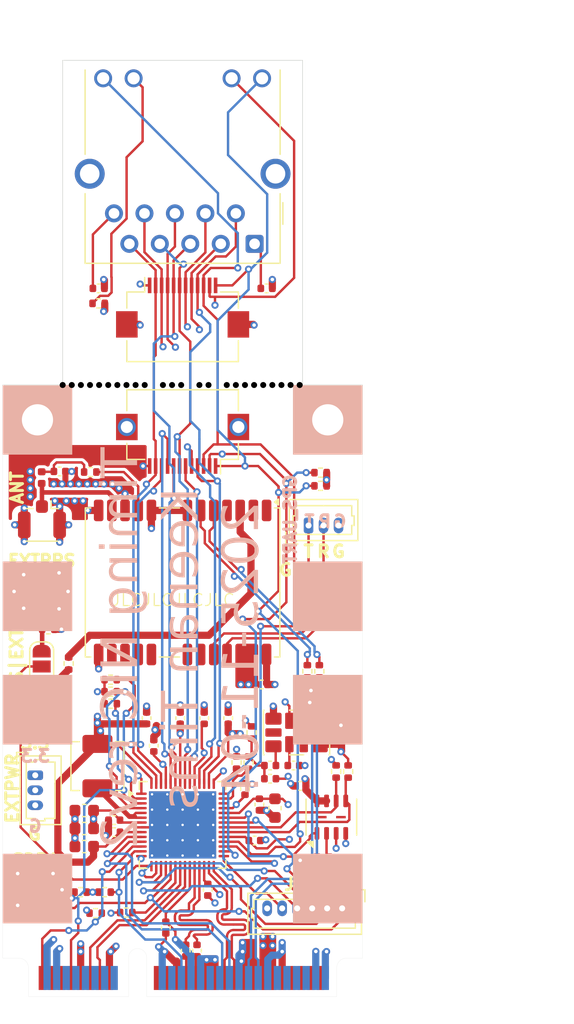
<source format=kicad_pcb>
(kicad_pcb
	(version 20241229)
	(generator "pcbnew")
	(generator_version "9.0")
	(general
		(thickness 1.0412)
		(legacy_teardrops no)
	)
	(paper "A4")
	(title_block
		(title "timing-nic")
		(date "2025-11-04")
		(rev "2")
	)
	(layers
		(0 "F.Cu" signal)
		(4 "In1.Cu" signal)
		(6 "In2.Cu" signal)
		(2 "B.Cu" signal)
		(9 "F.Adhes" user "F.Adhesive")
		(11 "B.Adhes" user "B.Adhesive")
		(13 "F.Paste" user)
		(15 "B.Paste" user)
		(5 "F.SilkS" user "F.Silkscreen")
		(7 "B.SilkS" user "B.Silkscreen")
		(1 "F.Mask" user)
		(3 "B.Mask" user)
		(17 "Dwgs.User" user "User.Drawings")
		(19 "Cmts.User" user "User.Comments")
		(21 "Eco1.User" user "User.Eco1")
		(23 "Eco2.User" user "User.Eco2")
		(25 "Edge.Cuts" user)
		(27 "Margin" user)
		(31 "F.CrtYd" user "F.Courtyard")
		(29 "B.CrtYd" user "B.Courtyard")
		(35 "F.Fab" user)
		(33 "B.Fab" user)
		(39 "User.1" user)
		(41 "User.2" user)
		(43 "User.3" user)
		(45 "User.4" user)
	)
	(setup
		(stackup
			(layer "F.SilkS"
				(type "Top Silk Screen")
			)
			(layer "F.Paste"
				(type "Top Solder Paste")
			)
			(layer "F.Mask"
				(type "Top Solder Mask")
				(thickness 0.01)
			)
			(layer "F.Cu"
				(type "copper")
				(thickness 0.035)
			)
			(layer "dielectric 1"
				(type "prepreg")
				(thickness 0.2104)
				(material "FR4")
				(epsilon_r 4.5)
				(loss_tangent 0.02)
			)
			(layer "In1.Cu"
				(type "copper")
				(thickness 0.0152)
			)
			(layer "dielectric 2"
				(type "core")
				(thickness 0.5)
				(material "FR4")
				(epsilon_r 4.5)
				(loss_tangent 0.02)
			)
			(layer "In2.Cu"
				(type "copper")
				(thickness 0.0152)
			)
			(layer "dielectric 3"
				(type "prepreg")
				(thickness 0.2104)
				(material "FR4")
				(epsilon_r 4.5)
				(loss_tangent 0.02)
			)
			(layer "B.Cu"
				(type "copper")
				(thickness 0.035)
			)
			(layer "B.Mask"
				(type "Bottom Solder Mask")
				(thickness 0.01)
			)
			(layer "B.Paste"
				(type "Bottom Solder Paste")
			)
			(layer "B.SilkS"
				(type "Bottom Silk Screen")
			)
			(copper_finish "ENIG")
			(dielectric_constraints no)
			(edge_connector yes)
		)
		(pad_to_mask_clearance 0)
		(allow_soldermask_bridges_in_footprints no)
		(tenting front back)
		(grid_origin 35 29.05)
		(pcbplotparams
			(layerselection 0x00000000_00000000_55555555_5755f5ff)
			(plot_on_all_layers_selection 0x00000000_00000000_00000000_00000000)
			(disableapertmacros no)
			(usegerberextensions no)
			(usegerberattributes yes)
			(usegerberadvancedattributes yes)
			(creategerberjobfile yes)
			(dashed_line_dash_ratio 12.000000)
			(dashed_line_gap_ratio 3.000000)
			(svgprecision 4)
			(plotframeref no)
			(mode 1)
			(useauxorigin no)
			(hpglpennumber 1)
			(hpglpenspeed 20)
			(hpglpendiameter 15.000000)
			(pdf_front_fp_property_popups yes)
			(pdf_back_fp_property_popups yes)
			(pdf_metadata yes)
			(pdf_single_document no)
			(dxfpolygonmode yes)
			(dxfimperialunits yes)
			(dxfusepcbnewfont yes)
			(psnegative no)
			(psa4output no)
			(plot_black_and_white yes)
			(sketchpadsonfab no)
			(plotpadnumbers no)
			(hidednponfab no)
			(sketchdnponfab yes)
			(crossoutdnponfab yes)
			(subtractmaskfromsilk no)
			(outputformat 1)
			(mirror no)
			(drillshape 1)
			(scaleselection 1)
			(outputdirectory "")
		)
	)
	(net 0 "")
	(net 1 "+3V3")
	(net 2 "GND")
	(net 3 "VDD_A")
	(net 4 "/minipcie/PER0_N")
	(net 5 "/PE_Tx_N")
	(net 6 "/minipcie/PER0_P")
	(net 7 "/PE_Tx_P")
	(net 8 "Net-(J1-Pin_2)")
	(net 9 "Net-(J1-Pin_3)")
	(net 10 "Net-(J1-Pin_5)")
	(net 11 "Net-(J1-Pin_4)")
	(net 12 "Net-(J5-In)")
	(net 13 "Net-(L1-Pad2)")
	(net 14 "Net-(U1-RBIAS)")
	(net 15 "Net-(U1-~ULP_WAKE)")
	(net 16 "Net-(U1-~LAN_DISABLE)")
	(net 17 "Net-(U1-LAN_PWR_GOOD)")
	(net 18 "/minipcie/USB_DN")
	(net 19 "/minipcie/USB_DP")
	(net 20 "Net-(U1-PHY_CAL)")
	(net 21 "Net-(U2-VCC_RF)")
	(net 22 "Net-(U2-TIMEPULSE)")
	(net 23 "/minipcie/~{WAKE}")
	(net 24 "Net-(U1-SPI_DIN{slash}AUX_PWR)")
	(net 25 "/minipcie/PET0_P")
	(net 26 "/minipcie/REFCLK_P")
	(net 27 "/SMB_CLK")
	(net 28 "Net-(U1-~SPI_CS{slash}PCIE_ENA)")
	(net 29 "/minipcie/~{PERST}")
	(net 30 "/minipcie/REFCLK_N")
	(net 31 "/minipcie/~{CLKREQ}")
	(net 32 "/SMB_DATA")
	(net 33 "Net-(U1-XTAL_IN)")
	(net 34 "unconnected-(U1-XTAL_OUT-Pad40)")
	(net 35 "Net-(U1-SPI_DOUT{slash}SEC_ENA)")
	(net 36 "Net-(U1-SPI_CLK)")
	(net 37 "/minipcie/PET0_N")
	(net 38 "unconnected-(U2-SCL{slash}SPI_CLK-Pad19)")
	(net 39 "+1V5")
	(net 40 "unconnected-(U2-SDA{slash}~{SPI_CS}-Pad18)")
	(net 41 "unconnected-(U2-~{SAFEBOOT}-Pad1)")
	(net 42 "unconnected-(U4-UIM_PWR-Pad8)")
	(net 43 "unconnected-(U4-Reserved-Pad47)")
	(net 44 "unconnected-(U4-~{LED_WWAN}-Pad42)")
	(net 45 "unconnected-(U4-Reserved-Pad45)")
	(net 46 "unconnected-(U2-EXTINT-Pad4)")
	(net 47 "unconnected-(U2-RESERVED-Pad15)")
	(net 48 "unconnected-(U2-RESERVED-Pad17)")
	(net 49 "unconnected-(U2-RESERVED-Pad16)")
	(net 50 "unconnected-(U2-D_SEL-Pad2)")
	(net 51 "unconnected-(U4-~{LED_WPAN}-Pad46)")
	(net 52 "unconnected-(U4-~{LED_WLAN}-Pad44)")
	(net 53 "unconnected-(U4-COEX1-Pad3)")
	(net 54 "unconnected-(U4-Reserved-Pad51)")
	(net 55 "unconnected-(U2-LNA_EN-Pad14)")
	(net 56 "unconnected-(U4-UIM_RESET-Pad14)")
	(net 57 "unconnected-(U4-UIM_C4-Pad19)")
	(net 58 "unconnected-(U4-UIM_C8-Pad17)")
	(net 59 "unconnected-(U4-Reserved-Pad49)")
	(net 60 "unconnected-(U4-UIM_CLK-Pad12)")
	(net 61 "unconnected-(U4-UIM_VPP-Pad16)")
	(net 62 "unconnected-(U4-UIM_DATA-Pad10)")
	(net 63 "unconnected-(U4-COEX2-Pad5)")
	(net 64 "unconnected-(U4-~{W_DISABLE}-Pad20)")
	(net 65 "Net-(Y1-OUT)")
	(net 66 "/MDI_D_P")
	(net 67 "/MDI_C_N")
	(net 68 "/MDI_C_P")
	(net 69 "/MDI_B_P")
	(net 70 "/MDI_D_N")
	(net 71 "/MDI_A_N")
	(net 72 "/MDI_A_P")
	(net 73 "/MDI_B_N")
	(net 74 "/USB_T_DN")
	(net 75 "/USB_T_DP")
	(net 76 "Net-(Y1-FILTER)")
	(net 77 "unconnected-(Y1-VC-Pad1)")
	(net 78 "unconnected-(Y1-Pad5)")
	(net 79 "unconnected-(Y1-Pad8)")
	(net 80 "unconnected-(Y1-Pad10)")
	(net 81 "unconnected-(Y1-Pad2)")
	(net 82 "SDP1")
	(net 83 "PPS_IN")
	(net 84 "Net-(C23-Pad1)")
	(net 85 "Net-(J2-Pin_1)")
	(net 86 "/LED_G_A")
	(net 87 "/LED_G_K")
	(net 88 "Net-(C26-Pad2)")
	(net 89 "Net-(C24-Pad1)")
	(net 90 "Net-(C25-Pad1)")
	(net 91 "Net-(J6-PadP13)")
	(net 92 "/LED_Y_A")
	(net 93 "Net-(J2-Pin_3)")
	(net 94 "/GPS_UART_RX")
	(net 95 "/GPS_UART_TX")
	(net 96 "unconnected-(J10-Pin_2-Pad2)")
	(footprint "Capacitor_SMD:C_0402_1005Metric" (layer "F.Cu") (at 42.6 59.1 90))
	(footprint "Capacitor_SMD:C_0402_1005Metric" (layer "F.Cu") (at 51.6 54))
	(footprint "projlib:NPTH-0.5" (layer "F.Cu") (at 46.4 29.05))
	(footprint "projlib:NPTH-0.5" (layer "F.Cu") (at 48.68 29.05))
	(footprint "Capacitor_SMD:C_0402_1005Metric" (layer "F.Cu") (at 58.2 58.5 90))
	(footprint "projlib:NPTH-0.5" (layer "F.Cu") (at 41.84 29.05))
	(footprint "projlib:Winbond_USON-8-2EP_3x4mm_P0.8mm_EP0.2x0.8mm" (layer "F.Cu") (at 57.4 65.05 90))
	(footprint "Connector_Molex:Molex_PicoBlade_53047-0310_1x03_P1.25mm_Vertical" (layer "F.Cu") (at 55.5 40.75))
	(footprint "Capacitor_SMD:C_0603_1608Metric" (layer "F.Cu") (at 36.8 64.5 180))
	(footprint "Capacitor_SMD:C_0402_1005Metric" (layer "F.Cu") (at 50.2 62.7 90))
	(footprint "Resistor_SMD:R_0402_1005Metric" (layer "F.Cu") (at 36.5 71.3 180))
	(footprint "Connector_FFC-FPC:Hirose_FH12-12S-0.5SH_1x12-1MP_P0.50mm_Horizontal" (layer "F.Cu") (at 45 22.6))
	(footprint "projlib:NPTH-0.5" (layer "F.Cu") (at 44.88 29.05))
	(footprint "projlib:Crystal_SMD_5032-10Pin_5.0x3.2mm" (layer "F.Cu") (at 54.5 58 180))
	(footprint "Resistor_SMD:R_0402_1005Metric" (layer "F.Cu") (at 37.75 73.05))
	(footprint "Capacitor_SMD:C_0402_1005Metric" (layer "F.Cu") (at 39.3 65.3 180))
	(footprint "Resistor_SMD:R_0402_1005Metric" (layer "F.Cu") (at 55.4 52.9 90))
	(footprint "Resistor_SMD:R_0402_1005Metric" (layer "F.Cu") (at 38 22.25 180))
	(footprint "projlib:NPTH-0.5" (layer "F.Cu") (at 54.76 29.05))
	(footprint "projlib:NPTH-0.5" (layer "F.Cu") (at 35 29.05))
	(footprint "Resistor_SMD:R_0402_1005Metric" (layer "F.Cu") (at 39 53.6))
	(footprint "Connector_Molex:Molex_PicoBlade_53047-0610_1x06_P1.25mm_Vertical" (layer "F.Cu") (at 58.3 72.65 180))
	(footprint "projlib:NPTH-0.5" (layer "F.Cu") (at 41.08 29.05))
	(footprint "projlib:NPTH-0.5" (layer "F.Cu") (at 47.16 29.05))
	(footprint "Capacitor_SMD:C_0402_1005Metric" (layer "F.Cu") (at 39.3 66.3 180))
	(footprint "Resistor_SMD:R_0402_1005Metric" (layer "F.Cu") (at 58.8 61.25 90))
	(footprint "Capacitor_SMD:C_0402_1005Metric" (layer "F.Cu") (at 45.26 76.17 90))
	(footprint "Capacitor_SMD:C_0603_1608Metric" (layer "F.Cu") (at 36.8 67.5 180))
	(footprint "Connector_Coaxial:U.FL_Hirose_U.FL-R-SMT-1_Vertical" (layer "F.Cu") (at 33.25 46.75 90))
	(footprint "projlib:NPTH-0.5" (layer "F.Cu") (at 38.04 29.05))
	(footprint "projlib:NPTH-0.5" (layer "F.Cu") (at 37.28 29.05))
	(footprint "projlib:NPTH-0.5" (layer "F.Cu") (at 35.76 29.05))
	(footprint "Resistor_SMD:R_0402_1005Metric" (layer "F.Cu") (at 57.2 68.85 -90))
	(footprint "Connector_Molex:Molex_PicoBlade_53047-0310_1x03_P1.25mm_Vertical" (layer "F.Cu") (at 32.714 61.562 -90))
	(footprint "Capacitor_SMD:C_0402_1005Metric" (layer "F.Cu") (at 47.1 71.1 -90))
	(footprint "Resistor_SMD:R_0402_1005Metric" (layer "F.Cu") (at 35.5 52.25 -90))
	(footprint "Capacitor_SMD:C_0402_1005Metric" (layer "F.Cu") (at 46.8 56.8 90))
	(footprint "projlib:NPTH-0.5" (layer "F.Cu") (at 38.8 29.05))
	(footprint "projlib:NPTH-0.5" (layer "F.Cu") (at 40.32 29.05))
	(footprint "projlib:NPTH-0.5" (layer "F.Cu") (at 44.12 29.05))
	(footprint "projlib:NPTH-0.5" (layer "F.Cu") (at 50.96 29.05))
	(footprint "Capacitor_SMD:C_0402_1005Metric" (layer "F.Cu") (at 52 21))
	(footprint "Resistor_SMD:R_0402_1005Metric" (layer "F.Cu") (at 37.3 36.3 180))
	(footprint "Resistor_SMD:R_0402_1005Metric" (layer "F.Cu") (at 56.2 68.85 -90))
	(footprint "Capacitor_SMD:C_0402_1005Metric" (layer "F.Cu") (at 44.8 56.8 90))
	(footprint "Resistor_SMD:R_0402_1005Metric" (layer "F.Cu") (at 56.5 37.45 180))
	(footprint "Resistor_SMD:R_0402_1005Metric" (layer "F.Cu") (at 57.8 61.25 -90))
	(footprint "Capacitor_SMD:C_0402_1005Metric" (layer "F.Cu") (at 54.8 62.45 180))
	(footprint "projlib:NPTH-0.5" (layer "F.Cu") (at 54 29.05))
	(footprint "Inductor_SMD:L_Changjiang_FXL0420"
		(layer "F.Cu")
		(uuid "859c5bf8-3f7c-46e1-9804-995de7537a41")
		(at 37.9 60.8 -90)
		(descr "Inductor, Changjiang, FXL0420, 3.85x4.2x1.8mm, (https://www.lcsc.com/datasheet/lcsc_datasheet_2404260921_cjiang--Changjiang-Microelectronics-Tech-FXL0420-2R2-M_C167206.pdf), generated with kicad-footprint-generator gen_inductor.py")
		(tags "power shielded cjiang fxl")
		(property "Reference" "L1"
			(at 0 -3.1 90)
			(layer "F.SilkS")
			(hide yes)
			(uuid "f98c4ee6-0852-452e-aba6-7610ae429a9b")
			(effects
				(font
					(size 1 1)
					(thickness 0.15)
				)
			)
		)
		(property "Value" "1u"
			(at 0 3.1 90)
			(layer "F.Fab")
			(hide yes)
			(uuid "b73ecb78-b215-41ca-bc29-1cd8dacbc2a3")
			(effects
				(font
					(size 1 1)
					(thickness 0.15)
				)
			)
		)
		(property "Datasheet" "~"
			(at 0 0 90)
			(layer "F.Fab")
			(hide yes)
			(uuid "6cb96967-7fcd-4d87-9a0c-bd07afc0a628")
			(effects
				(font
					(size 1.27 1.27)
					(thickness 0.15)
				)
			)
		)
		(property "Description" "Inductor"
			(at 0 0 90)
			(layer "F.Fab")
			(hide yes)
			(uuid "acb3c85e-7ccb-4fd8-a343-12f4158c6c8e")
			(effects
				(font
					(size 1.27 1.27)
					(thickness 0.15)
				)
			)
		)
		(property "Part#" "FXL0420-1R0-M"
			(at 0 0 270)
			(unlocked yes)
			(layer "F.Fab")
			(hide yes)
			(uuid "69612f86-2dbd-43c5-9010-04c308aaba16")
			(effects
				(font
					(size 1 1)
					(thickness 0.15)
				)
			)
		)
		(property "LCSC" "C167203"
			(at 0 0 270)
			(unlocked yes)
			(layer "F.Fab")
			(hide yes)
			(uuid "faef08d7-cfee-4e22-8a67-8b8a2c71ed1c")
			(effects
				(font
					(size 1 1)
					(thickness 0.15)
				)
			)
		)
		(property ki_fp_filters "Choke_* *Coil* Inductor_* L_*")
		(path "/213fbf60-1cab-43bd-a524-b66ad51ee5f6")
		(sheetname "/
... [817654 chars truncated]
</source>
